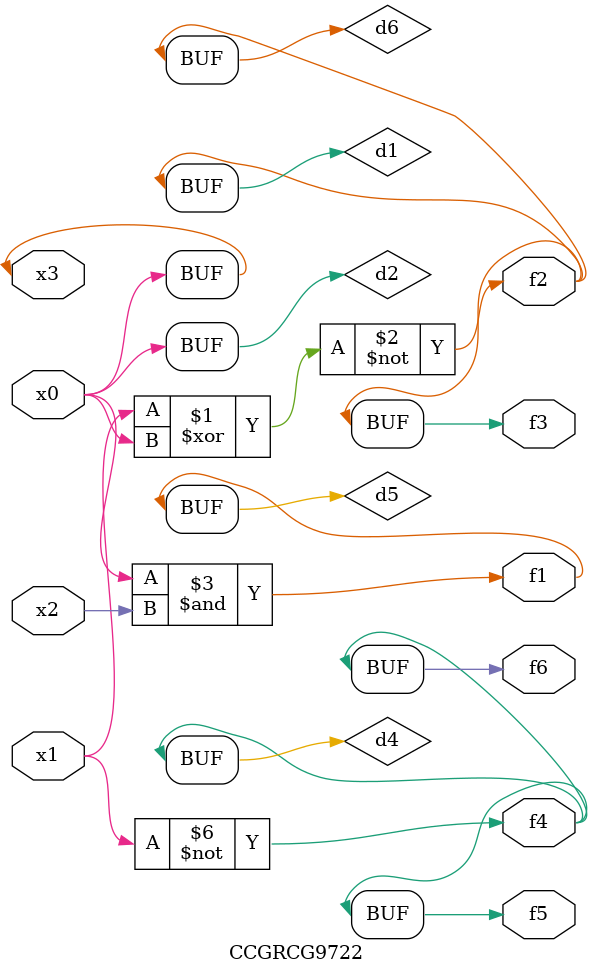
<source format=v>
module CCGRCG9722(
	input x0, x1, x2, x3,
	output f1, f2, f3, f4, f5, f6
);

	wire d1, d2, d3, d4, d5, d6;

	xnor (d1, x1, x3);
	buf (d2, x0, x3);
	nand (d3, x0, x2);
	not (d4, x1);
	nand (d5, d3);
	or (d6, d1);
	assign f1 = d5;
	assign f2 = d6;
	assign f3 = d6;
	assign f4 = d4;
	assign f5 = d4;
	assign f6 = d4;
endmodule

</source>
